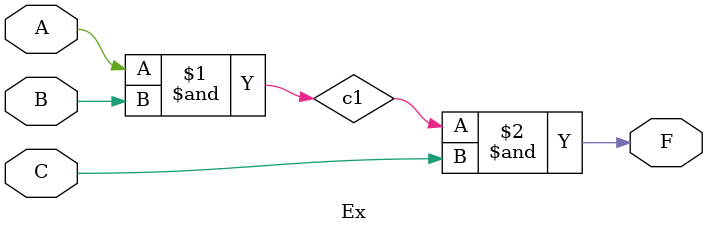
<source format=sv>
module Ex(A,B,C,F);
input A,B,C;
output F;
wire c1; // c1為A與B運算後之中繼符號
assign c1 = A & B;
assign F = c1 & C;
endmodule
</source>
